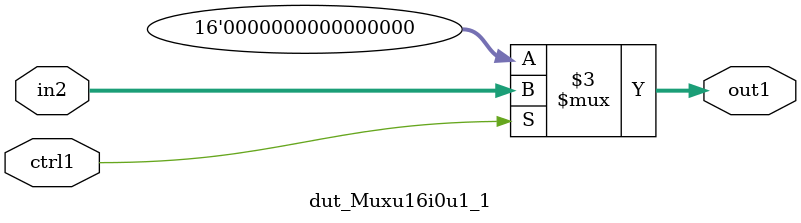
<source format=v>

`timescale 1ps / 1ps


module dut_Muxu16i0u1_1( in2, ctrl1, out1 );

    input [15:0] in2;
    input ctrl1;
    output [15:0] out1;
    reg [15:0] out1;

    
    // rtl_process:dut_Muxu16i0u1_1/dut_Muxu16i0u1_1_thread_1
    always @*
      begin : dut_Muxu16i0u1_1_thread_1
        case (ctrl1) 
          1'b1: 
            begin
              out1 = in2;
            end
          default: 
            begin
              out1 = 16'd00000;
            end
        endcase
      end

endmodule



</source>
